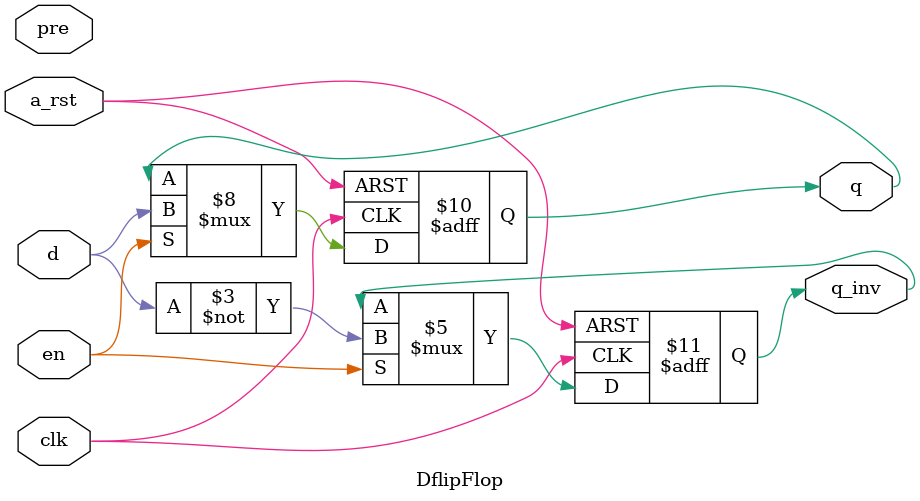
<source format=v>
module shift_bi_register(out_0, out_3, clk, rst, in_data, Dir);
  output [3:0] out_0, out_3;
  input rst, clk;
  input [3:0] in_data, Dir;
  wire [3:0] D_0_Q, and_5_out, or_2_out, D_1_Q, and_6_out, or_3_out, and_2_out, or_1_out, D_2_Q, and_4_out, and_3_out, or_0_out, D_3_Q, and_1_out, and_0_out, not_0_out, and_7_out;
  DflipFlop #(4) D_0(D_0_Q, , clk, or_3_out, rst, , );
  assign and_5_out = not_0_out & D_0_Q;
  assign or_2_out = and_4_out | and_5_out;
  DflipFlop #(4) D_1(D_1_Q, , clk, or_2_out, rst, , );
  assign and_6_out = D_1_Q & Dir;
  assign or_3_out = and_6_out | and_7_out;
  assign and_2_out = not_0_out & D_1_Q;
  assign or_1_out = and_1_out | and_2_out;
  DflipFlop #(4) D_2(D_2_Q, , clk, or_1_out, rst, , );
  assign and_4_out = D_2_Q & Dir;
  assign and_3_out = not_0_out & D_2_Q;
  assign or_0_out = and_0_out | and_3_out;
  DflipFlop #(4) D_3(D_3_Q, , clk, or_0_out, rst, , );
  assign out_3 = D_3_Q;
  assign and_1_out = D_3_Q & Dir;
  assign out_0 = D_0_Q;
  assign and_0_out = in_data & Dir;
  assign not_0_out = ~Dir;
  assign and_7_out = in_data & not_0_out;
endmodule

module DflipFlop(q, q_inv, clk, d, a_rst, pre, en);
    parameter WIDTH = 1;
    output reg [WIDTH-1:0] q, q_inv;
    input clk, a_rst, pre, en;
    input [WIDTH-1:0] d;

    always @ (posedge clk or posedge a_rst)
    if (a_rst) begin
        q <= 'b0;
        q_inv <= 'b1;
    end else if (en == 0) ;
    else begin
        q <= d;
        q_inv <= ~d;
    end
endmodule
</source>
